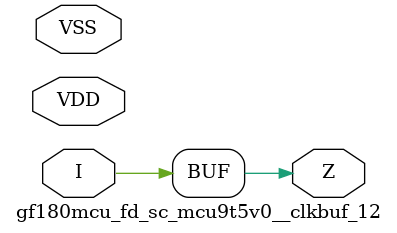
<source format=v>

module gf180mcu_fd_sc_mcu9t5v0__clkbuf_12( I, Z, VDD, VSS );
input I;
inout VDD, VSS;
output Z;

	buf MGM_BG_0( Z, I );

endmodule

</source>
